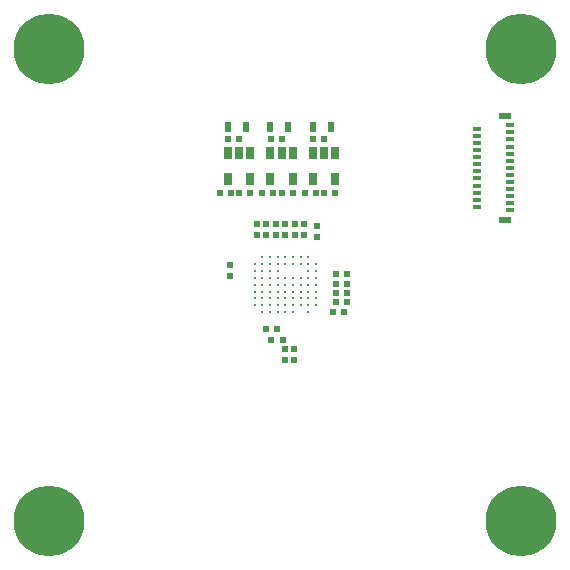
<source format=gbs>
G04 #@! TF.GenerationSoftware,KiCad,Pcbnew,6.0.0-d3dd2cf0fa~116~ubuntu20.04.1*
G04 #@! TF.CreationDate,2022-01-19T00:50:30+01:00*
G04 #@! TF.ProjectId,sensor,73656e73-6f72-42e6-9b69-6361645f7063,rev?*
G04 #@! TF.SameCoordinates,Original*
G04 #@! TF.FileFunction,Soldermask,Bot*
G04 #@! TF.FilePolarity,Negative*
%FSLAX46Y46*%
G04 Gerber Fmt 4.6, Leading zero omitted, Abs format (unit mm)*
G04 Created by KiCad (PCBNEW 6.0.0-d3dd2cf0fa~116~ubuntu20.04.1) date 2022-01-19 00:50:30*
%MOMM*%
%LPD*%
G01*
G04 APERTURE LIST*
%ADD10C,0.800000*%
%ADD11C,6.000000*%
%ADD12R,0.600000X0.900000*%
%ADD13R,0.500000X0.600000*%
%ADD14R,0.600000X0.500000*%
%ADD15R,0.650000X1.060000*%
%ADD16C,0.250000*%
%ADD17R,0.650000X0.300000*%
%ADD18R,1.000000X0.500000*%
G04 APERTURE END LIST*
D10*
X55000000Y-52750000D03*
X57250000Y-55000000D03*
X52750000Y-55000000D03*
X53409010Y-56590990D03*
X53409010Y-53409010D03*
D11*
X55000000Y-55000000D03*
D10*
X56590990Y-56590990D03*
X55000000Y-57250000D03*
X56590990Y-53409010D03*
X56590990Y-96590990D03*
X53409010Y-93409010D03*
X52750000Y-95000000D03*
D11*
X55000000Y-95000000D03*
D10*
X55000000Y-97250000D03*
X55000000Y-92750000D03*
X57250000Y-95000000D03*
X53409010Y-96590990D03*
X56590990Y-93409010D03*
X92750000Y-55000000D03*
X96590990Y-53409010D03*
X93409010Y-56590990D03*
X95000000Y-57250000D03*
X97250000Y-55000000D03*
X95000000Y-52750000D03*
X93409010Y-53409010D03*
D11*
X95000000Y-55000000D03*
D10*
X96590990Y-56590990D03*
X93409010Y-93409010D03*
X93409010Y-96590990D03*
X96590990Y-96590990D03*
X95000000Y-97250000D03*
X96590990Y-93409010D03*
D11*
X95000000Y-95000000D03*
D10*
X97250000Y-95000000D03*
X95000000Y-92750000D03*
X92750000Y-95000000D03*
D12*
X70150000Y-61675000D03*
X71650000Y-61675000D03*
X73750000Y-61675000D03*
X75250000Y-61675000D03*
X77350000Y-61675000D03*
X78850000Y-61675000D03*
D13*
X70155000Y-62625000D03*
X71095000Y-62625000D03*
X73755000Y-62625000D03*
X74695000Y-62625000D03*
X77355000Y-62625000D03*
X78295000Y-62625000D03*
X79245000Y-67225000D03*
X78305000Y-67225000D03*
X72045000Y-67225000D03*
X71105000Y-67225000D03*
X75645000Y-67225000D03*
X74705000Y-67225000D03*
X76655000Y-67225000D03*
X77595000Y-67225000D03*
X69455000Y-67225000D03*
X70395000Y-67225000D03*
X73055000Y-67225000D03*
X73995000Y-67225000D03*
D14*
X73400000Y-70820000D03*
X73400000Y-69880000D03*
X70300000Y-74270000D03*
X70300000Y-73330000D03*
X74200000Y-70820000D03*
X74200000Y-69880000D03*
X75800000Y-70820000D03*
X75800000Y-69880000D03*
X72600000Y-70820000D03*
X72600000Y-69880000D03*
D13*
X79055000Y-77300000D03*
X79995000Y-77300000D03*
D14*
X77700000Y-70970000D03*
X77700000Y-70030000D03*
X76600000Y-70820000D03*
X76600000Y-69880000D03*
D13*
X80270000Y-74100000D03*
X79330000Y-74100000D03*
X80270000Y-74900000D03*
X79330000Y-74900000D03*
X80270000Y-75700000D03*
X79330000Y-75700000D03*
X80270000Y-76500000D03*
X79330000Y-76500000D03*
D14*
X75000000Y-69880000D03*
X75000000Y-70820000D03*
D13*
X74320000Y-78725000D03*
X73380000Y-78725000D03*
D15*
X77350000Y-63825000D03*
X78300000Y-63825000D03*
X79250000Y-63825000D03*
X79250000Y-66025000D03*
X77350000Y-66025000D03*
X70150000Y-63825000D03*
X71100000Y-63825000D03*
X72050000Y-63825000D03*
X72050000Y-66025000D03*
X70150000Y-66025000D03*
X73750000Y-63825000D03*
X74700000Y-63825000D03*
X75650000Y-63825000D03*
X75650000Y-66025000D03*
X73750000Y-66025000D03*
D16*
X76950000Y-72680000D03*
X76300000Y-72680000D03*
X75650000Y-72680000D03*
X75000000Y-72680000D03*
X74350000Y-72680000D03*
X73700000Y-72680000D03*
X73050000Y-72680000D03*
X77600000Y-73260000D03*
X76950000Y-73260000D03*
X76300000Y-73260000D03*
X75650000Y-73260000D03*
X75000000Y-73260000D03*
X74350000Y-73260000D03*
X73700000Y-73260000D03*
X73050000Y-73260000D03*
X72400000Y-73260000D03*
X77600000Y-73840000D03*
X76950000Y-73840000D03*
X74350000Y-73840000D03*
X73700000Y-73840000D03*
X73050000Y-73840000D03*
X72400000Y-73840000D03*
X77600000Y-74420000D03*
X76950000Y-74420000D03*
X76300000Y-74420000D03*
X75650000Y-74420000D03*
X75000000Y-74420000D03*
X74350000Y-74420000D03*
X73700000Y-74420000D03*
X73050000Y-74420000D03*
X72400000Y-74420000D03*
X77600000Y-75000000D03*
X76950000Y-75000000D03*
X76300000Y-75000000D03*
X75650000Y-75000000D03*
X75000000Y-75000000D03*
X74350000Y-75000000D03*
X73700000Y-75000000D03*
X73050000Y-75000000D03*
X72400000Y-75000000D03*
X77600000Y-75580000D03*
X76950000Y-75580000D03*
X76300000Y-75580000D03*
X75650000Y-75580000D03*
X75000000Y-75580000D03*
X74350000Y-75580000D03*
X73700000Y-75580000D03*
X73050000Y-75580000D03*
X72400000Y-75580000D03*
X77600000Y-76160000D03*
X76950000Y-76160000D03*
X76300000Y-76160000D03*
X75650000Y-76160000D03*
X75000000Y-76160000D03*
X74350000Y-76160000D03*
X73700000Y-76160000D03*
X73050000Y-76160000D03*
X72400000Y-76160000D03*
X77600000Y-76740000D03*
X76950000Y-76740000D03*
X76300000Y-76740000D03*
X75650000Y-76740000D03*
X75000000Y-76740000D03*
X74350000Y-76740000D03*
X73700000Y-76740000D03*
X73050000Y-76740000D03*
X72400000Y-76740000D03*
X76950000Y-77320000D03*
X75650000Y-77320000D03*
X75000000Y-77320000D03*
X74350000Y-77320000D03*
X73700000Y-77320000D03*
X73050000Y-77320000D03*
D17*
X94000000Y-61500000D03*
X91200000Y-61800000D03*
X94000000Y-62100000D03*
X91200000Y-62400000D03*
X94000000Y-62700000D03*
X91200000Y-63000000D03*
X94000000Y-63300000D03*
X91200000Y-63600000D03*
X94000000Y-63900000D03*
X91200000Y-64200000D03*
X94000000Y-64500000D03*
X91200000Y-64800000D03*
X94000000Y-65100000D03*
X91200000Y-65400000D03*
X94000000Y-65700000D03*
X91200000Y-66000000D03*
X94000000Y-66300000D03*
X91200000Y-66600000D03*
X94000000Y-66900000D03*
X91200000Y-67200000D03*
X94000000Y-67500000D03*
X91200000Y-67800000D03*
X94000000Y-68100000D03*
X91200000Y-68400000D03*
X94000000Y-68700000D03*
D18*
X93600000Y-60700000D03*
X93600000Y-69500000D03*
D13*
X73830000Y-79650000D03*
X74770000Y-79650000D03*
D14*
X75775000Y-80430000D03*
X75775000Y-81370000D03*
X74950000Y-80430000D03*
X74950000Y-81370000D03*
M02*

</source>
